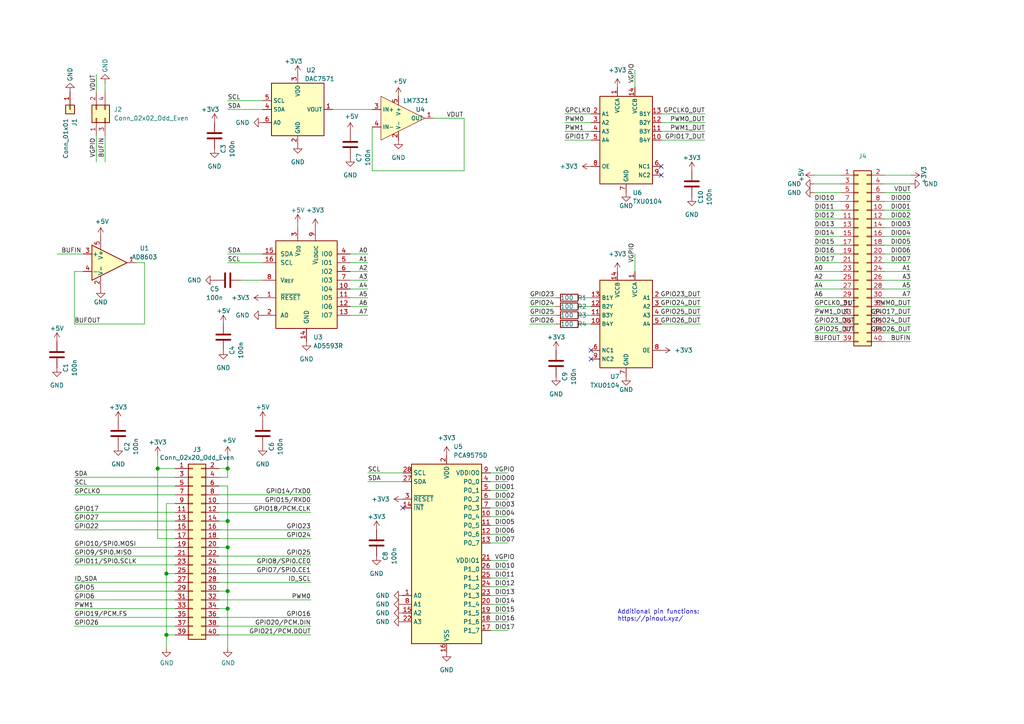
<source format=kicad_sch>
(kicad_sch (version 20230121) (generator eeschema)
  (paper "A4")
  (title_block (date "15 nov 2012"))
  (lib_symbols
    (symbol "Amplifier_Operational:AD8603" (pin_names (offset 0.127))
      (property "Reference" "U" (at 0 5.08 0))
      (property "Value" "AD8603" (at 0 -5.08 0))
      (symbol "AD8603_0_1"
        (polyline (pts (xy -5.08 5.08) (xy 5.08 0) (xy -5.08 -5.08) (xy -5.08 5.08)) (stroke (width 0.254)) (fill (type background)))
        (pin power_in line (at -2.54 -7.62 90) (length 3.81) (name "V-") (number "2"))
        (pin power_in line (at -2.54 7.62 270) (length 3.81) (name "V+") (number "5"))
      )
      (symbol "AD8603_1_1"
        (pin output line (at 7.62 0 180) (length 2.54) (name "~") (number "1"))
        (pin input line (at -7.62 2.54 0) (length 2.54) (name "+") (number "3"))
        (pin input line (at -7.62 -2.54 0) (length 2.54) (name "-") (number "4"))
      )
    )
    (symbol "Analog:AD5593R" (pin_names (offset 1.27))
      (property "Reference" "U" (at -8.89 15.24 0))
      (property "Value" "AD5593R" (at 3.81 15.24 0))
      (symbol "AD5593R_0_1"
        (rectangle (start -8.89 13.97) (end 8.89 -11.43) (stroke (width 0.254)) (fill (type background)))
      )
      (symbol "AD5593R_1_1"
        (pin input line (at -12.7 -2.54 0) (length 3.81) (name "~{RESET}") (number "1"))
        (pin bidirectional line (at 12.7 0 180) (length 3.81) (name "IO4") (number "10"))
        (pin bidirectional line (at 12.7 -2.54 180) (length 3.81) (name "IO5") (number "11"))
        (pin bidirectional line (at 12.7 -5.08 180) (length 3.81) (name "IO6") (number "12"))
        (pin bidirectional line (at 12.7 -7.62 180) (length 3.81) (name "IO7") (number "13"))
        (pin power_in line (at 0 -15.24 90) (length 3.81) (name "GND") (number "14"))
        (pin bidirectional line (at -12.7 10.16 0) (length 3.81) (name "SDA") (number "15"))
        (pin input line (at -12.7 7.62 0) (length 3.81) (name "SCL") (number "16"))
        (pin input line (at -12.7 -7.62 0) (length 3.81) (name "A0") (number "2"))
        (pin power_in line (at -2.54 17.78 270) (length 3.81) (name "V_{DD}") (number "3"))
        (pin bidirectional line (at 12.7 10.16 180) (length 3.81) (name "IO0") (number "4"))
        (pin bidirectional line (at 12.7 7.62 180) (length 3.81) (name "IO1") (number "5"))
        (pin bidirectional line (at 12.7 5.08 180) (length 3.81) (name "IO2") (number "6"))
        (pin bidirectional line (at 12.7 2.54 180) (length 3.81) (name "IO3") (number "7"))
        (pin passive line (at -12.7 2.54 0) (length 3.81) (name "V_{REF}") (number "8"))
        (pin power_in line (at 2.54 17.78 270) (length 3.81) (name "V_{LOGIC}") (number "9"))
      )
    )
    (symbol "Connector_Generic:Conn_01x01" (pin_names (offset 1.016) hide)
      (property "Reference" "J" (at 0 2.54 0))
      (property "Value" "Conn_01x01" (at 0 -2.54 0))
      (symbol "Conn_01x01_1_1"
        (rectangle (start -1.27 0.127) (end 0 -0.127) (stroke (width 0.1524)))
        (rectangle (start -1.27 1.27) (end 1.27 -1.27) (stroke (width 0.254)) (fill (type background)))
        (pin passive line (at -5.08 0 0) (length 3.81) (name "Pin_1") (number "1"))
      )
    )
    (symbol "Connector_Generic:Conn_02x02_Odd_Even" (pin_names (offset 1.016) hide)
      (property "Reference" "J" (at 1.27 2.54 0))
      (property "Value" "Conn_02x02_Odd_Even" (at 1.27 -5.08 0))
      (symbol "Conn_02x02_Odd_Even_1_1"
        (rectangle (start -1.27 -2.413) (end 0 -2.667) (stroke (width 0.1524)))
        (rectangle (start -1.27 0.127) (end 0 -0.127) (stroke (width 0.1524)))
        (rectangle (start -1.27 1.27) (end 3.81 -3.81) (stroke (width 0.254)) (fill (type background)))
        (rectangle (start 3.81 -2.413) (end 2.54 -2.667) (stroke (width 0.1524)))
        (rectangle (start 3.81 0.127) (end 2.54 -0.127) (stroke (width 0.1524)))
        (pin passive line (at -5.08 0 0) (length 3.81) (name "Pin_1") (number "1"))
        (pin passive line (at 7.62 0 180) (length 3.81) (name "Pin_2") (number "2"))
        (pin passive line (at -5.08 -2.54 0) (length 3.81) (name "Pin_3") (number "3"))
        (pin passive line (at 7.62 -2.54 180) (length 3.81) (name "Pin_4") (number "4"))
      )
    )
    (symbol "Connector_Generic:Conn_02x20_Odd_Even" (pin_names (offset 1.016) hide)
      (property "Reference" "J" (at 1.27 25.4 0))
      (property "Value" "Conn_02x20_Odd_Even" (at 1.27 -27.94 0))
      (symbol "Conn_02x20_Odd_Even_1_1"
        (rectangle (start -1.27 -25.273) (end 0 -25.527) (stroke (width 0.1524)))
        (rectangle (start -1.27 -22.733) (end 0 -22.987) (stroke (width 0.1524)))
        (rectangle (start -1.27 -20.193) (end 0 -20.447) (stroke (width 0.1524)))
        (rectangle (start -1.27 -17.653) (end 0 -17.907) (stroke (width 0.1524)))
        (rectangle (start -1.27 -15.113) (end 0 -15.367) (stroke (width 0.1524)))
        (rectangle (start -1.27 -12.573) (end 0 -12.827) (stroke (width 0.1524)))
        (rectangle (start -1.27 -10.033) (end 0 -10.287) (stroke (width 0.1524)))
        (rectangle (start -1.27 -7.493) (end 0 -7.747) (stroke (width 0.1524)))
        (rectangle (start -1.27 -4.953) (end 0 -5.207) (stroke (width 0.1524)))
        (rectangle (start -1.27 -2.413) (end 0 -2.667) (stroke (width 0.1524)))
        (rectangle (start -1.27 0.127) (end 0 -0.127) (stroke (width 0.1524)))
        (rectangle (start -1.27 2.667) (end 0 2.413) (stroke (width 0.1524)))
        (rectangle (start -1.27 5.207) (end 0 4.953) (stroke (width 0.1524)))
        (rectangle (start -1.27 7.747) (end 0 7.493) (stroke (width 0.1524)))
        (rectangle (start -1.27 10.287) (end 0 10.033) (stroke (width 0.1524)))
        (rectangle (start -1.27 12.827) (end 0 12.573) (stroke (width 0.1524)))
        (rectangle (start -1.27 15.367) (end 0 15.113) (stroke (width 0.1524)))
        (rectangle (start -1.27 17.907) (end 0 17.653) (stroke (width 0.1524)))
        (rectangle (start -1.27 20.447) (end 0 20.193) (stroke (width 0.1524)))
        (rectangle (start -1.27 22.987) (end 0 22.733) (stroke (width 0.1524)))
        (rectangle (start -1.27 24.13) (end 3.81 -26.67) (stroke (width 0.254)) (fill (type background)))
        (rectangle (start 3.81 -25.273) (end 2.54 -25.527) (stroke (width 0.1524)))
        (rectangle (start 3.81 -22.733) (end 2.54 -22.987) (stroke (width 0.1524)))
        (rectangle (start 3.81 -20.193) (end 2.54 -20.447) (stroke (width 0.1524)))
        (rectangle (start 3.81 -17.653) (end 2.54 -17.907) (stroke (width 0.1524)))
        (rectangle (start 3.81 -15.113) (end 2.54 -15.367) (stroke (width 0.1524)))
        (rectangle (start 3.81 -12.573) (end 2.54 -12.827) (stroke (width 0.1524)))
        (rectangle (start 3.81 -10.033) (end 2.54 -10.287) (stroke (width 0.1524)))
        (rectangle (start 3.81 -7.493) (end 2.54 -7.747) (stroke (width 0.1524)))
        (rectangle (start 3.81 -4.953) (end 2.54 -5.207) (stroke (width 0.1524)))
        (rectangle (start 3.81 -2.413) (end 2.54 -2.667) (stroke (width 0.1524)))
        (rectangle (start 3.81 0.127) (end 2.54 -0.127) (stroke (width 0.1524)))
        (rectangle (start 3.81 2.667) (end 2.54 2.413) (stroke (width 0.1524)))
        (rectangle (start 3.81 5.207) (end 2.54 4.953) (stroke (width 0.1524)))
        (rectangle (start 3.81 7.747) (end 2.54 7.493) (stroke (width 0.1524)))
        (rectangle (start 3.81 10.287) (end 2.54 10.033) (stroke (width 0.1524)))
        (rectangle (start 3.81 12.827) (end 2.54 12.573) (stroke (width 0.1524)))
        (rectangle (start 3.81 15.367) (end 2.54 15.113) (stroke (width 0.1524)))
        (rectangle (start 3.81 17.907) (end 2.54 17.653) (stroke (width 0.1524)))
        (rectangle (start 3.81 20.447) (end 2.54 20.193) (stroke (width 0.1524)))
        (rectangle (start 3.81 22.987) (end 2.54 22.733) (stroke (width 0.1524)))
        (pin passive line (at -5.08 22.86 0) (length 3.81) (name "Pin_1") (number "1"))
        (pin passive line (at 7.62 12.7 180) (length 3.81) (name "Pin_10") (number "10"))
        (pin passive line (at -5.08 10.16 0) (length 3.81) (name "Pin_11") (number "11"))
        (pin passive line (at 7.62 10.16 180) (length 3.81) (name "Pin_12") (number "12"))
        (pin passive line (at -5.08 7.62 0) (length 3.81) (name "Pin_13") (number "13"))
        (pin passive line (at 7.62 7.62 180) (length 3.81) (name "Pin_14") (number "14"))
        (pin passive line (at -5.08 5.08 0) (length 3.81) (name "Pin_15") (number "15"))
        (pin passive line (at 7.62 5.08 180) (length 3.81) (name "Pin_16") (number "16"))
        (pin passive line (at -5.08 2.54 0) (length 3.81) (name "Pin_17") (number "17"))
        (pin passive line (at 7.62 2.54 180) (length 3.81) (name "Pin_18") (number "18"))
        (pin passive line (at -5.08 0 0) (length 3.81) (name "Pin_19") (number "19"))
        (pin passive line (at 7.62 22.86 180) (length 3.81) (name "Pin_2") (number "2"))
        (pin passive line (at 7.62 0 180) (length 3.81) (name "Pin_20") (number "20"))
        (pin passive line (at -5.08 -2.54 0) (length 3.81) (name "Pin_21") (number "21"))
        (pin passive line (at 7.62 -2.54 180) (length 3.81) (name "Pin_22") (number "22"))
        (pin passive line (at -5.08 -5.08 0) (length 3.81) (name "Pin_23") (number "23"))
        (pin passive line (at 7.62 -5.08 180) (length 3.81) (name "Pin_24") (number "24"))
        (pin passive line (at -5.08 -7.62 0) (length 3.81) (name "Pin_25") (number "25"))
        (pin passive line (at 7.62 -7.62 180) (length 3.81) (name "Pin_26") (number "26"))
        (pin passive line (at -5.08 -10.16 0) (length 3.81) (name "Pin_27") (number "27"))
        (pin passive line (at 7.62 -10.16 180) (length 3.81) (name "Pin_28") (number "28"))
        (pin passive line (at -5.08 -12.7 0) (length 3.81) (name "Pin_29") (number "29"))
        (pin passive line (at -5.08 20.32 0) (length 3.81) (name "Pin_3") (number "3"))
        (pin passive line (at 7.62 -12.7 180) (length 3.81) (name "Pin_30") (number "30"))
        (pin passive line (at -5.08 -15.24 0) (length 3.81) (name "Pin_31") (number "31"))
        (pin passive line (at 7.62 -15.24 180) (length 3.81) (name "Pin_32") (number "32"))
        (pin passive line (at -5.08 -17.78 0) (length 3.81) (name "Pin_33") (number "33"))
        (pin passive line (at 7.62 -17.78 180) (length 3.81) (name "Pin_34") (number "34"))
        (pin passive line (at -5.08 -20.32 0) (length 3.81) (name "Pin_35") (number "35"))
        (pin passive line (at 7.62 -20.32 180) (length 3.81) (name "Pin_36") (number "36"))
        (pin passive line (at -5.08 -22.86 0) (length 3.81) (name "Pin_37") (number "37"))
        (pin passive line (at 7.62 -22.86 180) (length 3.81) (name "Pin_38") (number "38"))
        (pin passive line (at -5.08 -25.4 0) (length 3.81) (name "Pin_39") (number "39"))
        (pin passive line (at 7.62 20.32 180) (length 3.81) (name "Pin_4") (number "4"))
        (pin passive line (at 7.62 -25.4 180) (length 3.81) (name "Pin_40") (number "40"))
        (pin passive line (at -5.08 17.78 0) (length 3.81) (name "Pin_5") (number "5"))
        (pin passive line (at 7.62 17.78 180) (length 3.81) (name "Pin_6") (number "6"))
        (pin passive line (at -5.08 15.24 0) (length 3.81) (name "Pin_7") (number "7"))
        (pin passive line (at 7.62 15.24 180) (length 3.81) (name "Pin_8") (number "8"))
        (pin passive line (at -5.08 12.7 0) (length 3.81) (name "Pin_9") (number "9"))
      )
    )
    (symbol "Device:C" (pin_numbers hide) (pin_names (offset 0.254))
      (property "Reference" "C" (at 0.635 2.54 0))
      (property "Value" "C" (at 0.635 -2.54 0))
      (symbol "C_0_1"
        (polyline (pts (xy -2.032 -0.762) (xy 2.032 -0.762)) (stroke (width 0.508)))
        (polyline (pts (xy -2.032 0.762) (xy 2.032 0.762)) (stroke (width 0.508)))
      )
      (symbol "C_1_1"
        (pin passive line (at 0 3.81 270) (length 2.794) (name "~") (number "1"))
        (pin passive line (at 0 -3.81 90) (length 2.794) (name "~") (number "2"))
      )
    )
    (symbol "Device:R" (pin_numbers hide) (pin_names (offset 0))
      (property "Reference" "R" (at 2.032 0 90))
      (property "Value" "R" (at 0 0 90))
      (symbol "R_0_1"
        (rectangle (start -1.016 -2.54) (end 1.016 2.54) (stroke (width 0.254)))
      )
      (symbol "R_1_1"
        (pin passive line (at 0 3.81 270) (length 1.27) (name "~") (number "1"))
        (pin passive line (at 0 -3.81 90) (length 1.27) (name "~") (number "2"))
      )
    )
    (symbol "power:+3V3" (power) (pin_names (offset 0))
      (property "Value" "+3V3" (at 0 3.556 0))
      (symbol "+3V3_0_1"
        (polyline (pts (xy -0.762 1.27) (xy 0 2.54)))
        (polyline (pts (xy 0 0) (xy 0 2.54)))
        (polyline (pts (xy 0 2.54) (xy 0.762 1.27)))
      )
      (symbol "+3V3_1_1"
        (pin power_in line (at 0 0 90) (length 0) hide (name "+3V3") (number "1"))
      )
    )
    (symbol "power:+5V" (power) (pin_names (offset 0))
      (property "Value" "+5V" (at 0 3.556 0))
      (symbol "+5V_0_1"
        (polyline (pts (xy -0.762 1.27) (xy 0 2.54)))
        (polyline (pts (xy 0 0) (xy 0 2.54)))
        (polyline (pts (xy 0 2.54) (xy 0.762 1.27)))
      )
      (symbol "+5V_1_1"
        (pin power_in line (at 0 0 90) (length 0) hide (name "+5V") (number "1"))
      )
    )
    (symbol "power:GND" (power) (pin_names (offset 0))
      (property "Value" "GND" (at 0 -3.81 0))
      (symbol "GND_0_1"
        (polyline (pts (xy 0 0) (xy 0 -1.27) (xy 1.27 -1.27) (xy 0 -2.54) (xy -1.27 -1.27) (xy 0 -1.27)))
      )
      (symbol "GND_1_1"
        (pin power_in line (at 0 0 270) (length 0) hide (name "GND") (number "1"))
      )
    )
    (symbol "yku_symbols:DAC7571"
      (property "Reference" "U" (at -7.62 13.97 0))
      (property "Value" "DAC7571" (at 6.35 13.97 0))
      (symbol "DAC7571_0_1"
        (rectangle (start -7.62 12.7) (end 7.62 -2.54) (stroke (width 0.254)) (fill (type background)))
      )
      (symbol "DAC7571_1_1"
        (pin output line (at 10.16 5.08 180) (length 2.54) (name "VOUT") (number "1"))
        (pin power_in line (at 0 -5.08 90) (length 2.54) (name "GND") (number "2"))
        (pin power_in line (at 0 15.24 270) (length 2.54) (name "VDD") (number "3"))
        (pin bidirectional line (at -10.16 5.08 0) (length 2.54) (name "SDA") (number "4"))
        (pin input line (at -10.16 7.62 0) (length 2.54) (name "SCL") (number "5"))
        (pin input line (at -10.16 1.27 0) (length 2.54) (name "A0") (number "6"))
      )
    )
    (symbol "yku_symbols:LM7321"
      (property "Reference" "U" (at 1.27 13.97 0))
      (property "Value" "LM7321" (at 3.81 11.43 0))
      (symbol "LM7321_1_1"
        (polyline (pts (xy -7.62 12.7) (xy -7.62 0) (xy 5.08 6.35) (xy -7.62 12.7)) (fill (type background)))
        (pin output line (at 7.62 6.35 180) (length 2.54) (name "OUT") (number "1"))
        (pin power_in line (at -2.54 0 90) (length 2.54) (name "V-") (number "2"))
        (pin input line (at -10.16 8.89 0) (length 2.54) (name "IN+") (number "3"))
        (pin input line (at -10.16 3.81 0) (length 2.54) (name "IN-") (number "4"))
        (pin power_in line (at -2.54 12.7 270) (length 2.54) (name "V+") (number "5"))
      )
    )
    (symbol "yku_symbols:PCA9575"
      (property "Reference" "U" (at -8.89 24.13 0))
      (property "Value" "PCA9555D" (at 6.35 24.13 0))
      (symbol "PCA9575_0_1"
        (rectangle (start -10.16 22.86) (end 10.16 -29.21) (stroke (width 0.254)) (fill (type background)))
      )
      (symbol "PCA9575_1_1"
        (pin input line (at -12.7 -15.24 0) (length 2.54) (name "A0") (number "1"))
        (pin bidirectional line (at 12.7 7.62 180) (length 2.54) (name "P0_4") (number "10"))
        (pin bidirectional line (at 12.7 5.08 180) (length 2.54) (name "P0_5") (number "11"))
        (pin bidirectional line (at 12.7 2.54 180) (length 2.54) (name "P0_6") (number "12"))
        (pin bidirectional line (at 12.7 0 180) (length 2.54) (name "P0_7") (number "13"))
        (pin open_collector line (at -12.7 10.16 0) (length 2.54) (name "~{INT}") (number "14"))
        (pin input line (at -12.7 -20.32 0) (length 2.54) (name "A2") (number "15"))
        (pin power_in line (at 0 -31.75 90) (length 2.54) (name "VSS") (number "16"))
        (pin bidirectional line (at 12.7 -25.4 180) (length 2.54) (name "P1_7") (number "17"))
        (pin bidirectional line (at 12.7 -22.86 180) (length 2.54) (name "P1_6") (number "18"))
        (pin bidirectional line (at 12.7 -20.32 180) (length 2.54) (name "P1_5") (number "19"))
        (pin power_in line (at 0 25.4 270) (length 2.54) (name "VDD") (number "2"))
        (pin bidirectional line (at 12.7 -17.78 180) (length 2.54) (name "P1_4") (number "20"))
        (pin power_in line (at 12.7 -5.08 180) (length 2.54) (name "VDDIO1") (number "21"))
        (pin input line (at -12.7 -22.86 0) (length 2.54) (name "A3") (number "22"))
        (pin bidirectional line (at 12.7 -15.24 180) (length 2.54) (name "P1_3") (number "23"))
        (pin bidirectional line (at 12.7 -12.7 180) (length 2.54) (name "P1_2") (number "24"))
        (pin bidirectional line (at 12.7 -10.16 180) (length 2.54) (name "P1_1") (number "25"))
        (pin bidirectional line (at 12.7 -7.62 180) (length 2.54) (name "P1_0") (number "26"))
        (pin bidirectional line (at -12.7 17.78 0) (length 2.54) (name "SDA") (number "27"))
        (pin input line (at -12.7 20.32 0) (length 2.54) (name "SCL") (number "28"))
        (pin input line (at -12.7 12.7 0) (length 2.54) (name "~{RESET}") (number "3"))
        (pin bidirectional line (at 12.7 17.78 180) (length 2.54) (name "P0_0") (number "4"))
        (pin bidirectional line (at 12.7 15.24 180) (length 2.54) (name "P0_1") (number "5"))
        (pin bidirectional line (at 12.7 12.7 180) (length 2.54) (name "P0_2") (number "6"))
        (pin bidirectional line (at 12.7 10.16 180) (length 2.54) (name "P0_3") (number "7"))
        (pin input line (at -12.7 -17.78 0) (length 2.54) (name "A1") (number "8"))
        (pin power_in line (at 12.7 20.32 180) (length 2.54) (name "VDDIO0") (number "9"))
      )
    )
    (symbol "yku_symbols:TXU0104"
      (property "Reference" "U" (at -7.62 13.97 0))
      (property "Value" "TXU0104" (at 8.89 13.97 0))
      (symbol "TXU0104_0_1"
        (rectangle (start -7.62 12.7) (end 7.62 -12.7) (stroke (width 0.254)) (fill (type background)))
      )
      (symbol "TXU0104_1_1"
        (pin power_in line (at -2.54 15.24 270) (length 2.54) (name "VCCA") (number "1"))
        (pin output line (at 10.16 0 180) (length 2.54) (name "B4Y") (number "10"))
        (pin output line (at 10.16 2.54 180) (length 2.54) (name "B3Y") (number "11"))
        (pin output line (at 10.16 5.08 180) (length 2.54) (name "B2Y") (number "12"))
        (pin output line (at 10.16 7.62 180) (length 2.54) (name "B1Y") (number "13"))
        (pin power_in line (at 2.54 15.24 270) (length 2.54) (name "VCCB") (number "14"))
        (pin input line (at -10.16 7.62 0) (length 2.54) (name "A1") (number "2"))
        (pin input line (at -10.16 5.08 0) (length 2.54) (name "A2") (number "3"))
        (pin input line (at -10.16 2.54 0) (length 2.54) (name "A3") (number "4"))
        (pin bidirectional line (at -10.16 0 0) (length 2.54) (name "A4") (number "5"))
        (pin free line (at 10.16 -7.62 180) (length 2.54) (name "NC1") (number "6"))
        (pin power_in line (at 0 -15.24 90) (length 2.54) (name "GND") (number "7"))
        (pin input line (at -10.16 -7.62 0) (length 2.54) (name "OE") (number "8"))
        (pin free line (at 10.16 -10.16 180) (length 2.54) (name "NC2") (number "9"))
      )
    )
  )
  (junction (at 66.04 135.89) (diameter 1.016))
  (junction (at 66.04 151.13) (diameter 1.016))
  (junction (at 48.26 184.15) (diameter 1.016))
  (junction (at 48.26 166.37) (diameter 1.016))
  (junction (at 66.04 176.53) (diameter 1.016))
  (junction (at 66.04 171.45) (diameter 1.016))
  (junction (at 66.04 158.75) (diameter 1.016))
  (junction (at 45.72 135.89) (diameter 1.016))
  (no_connect (at 191.77 48.26))
  (no_connect (at 116.84 147.32))
  (no_connect (at 191.77 50.8))
  (no_connect (at 171.45 101.6))
  (no_connect (at 171.45 104.14))
  (wire (pts (xy 48.26 166.37) (xy 48.26 184.15)))
  (wire (pts (xy 142.24 182.88) (xy 147.32 182.88)))
  (wire (pts (xy 63.5 166.37) (xy 90.17 166.37)))
  (wire (pts (xy 142.24 172.72) (xy 147.32 172.72)))
  (wire (pts (xy 101.6 86.36) (xy 106.68 86.36)))
  (wire (pts (xy 50.8 148.59) (xy 21.59 148.59)))
  (wire (pts (xy 168.91 86.36) (xy 171.45 86.36)))
  (wire (pts (xy 236.22 78.74) (xy 243.84 78.74)))
  (wire (pts (xy 142.24 147.32) (xy 147.32 147.32)))
  (wire (pts (xy 236.22 81.28) (xy 243.84 81.28)))
  (wire (pts (xy 66.04 140.97) (xy 66.04 151.13)))
  (wire (pts (xy 66.04 158.75) (xy 63.5 158.75)))
  (wire (pts (xy 66.04 171.45) (xy 66.04 176.53)))
  (wire (pts (xy 168.91 91.44) (xy 171.45 91.44)))
  (wire (pts (xy 66.04 76.2) (xy 76.2 76.2)))
  (wire (pts (xy 161.29 86.36) (xy 153.67 86.36)))
  (wire (pts (xy 236.22 63.5) (xy 243.84 63.5)))
  (wire (pts (xy 191.77 86.36) (xy 203.2 86.36)))
  (wire (pts (xy 66.04 158.75) (xy 66.04 171.45)))
  (wire (pts (xy 21.59 78.74) (xy 21.59 93.98)))
  (wire (pts (xy 63.5 143.51) (xy 90.17 143.51)))
  (wire (pts (xy 142.24 139.7) (xy 147.32 139.7)))
  (wire (pts (xy 264.16 50.8) (xy 256.54 50.8)))
  (wire (pts (xy 48.26 146.05) (xy 48.26 166.37)))
  (wire (pts (xy 48.26 146.05) (xy 50.8 146.05)))
  (wire (pts (xy 134.62 49.53) (xy 134.62 34.29)))
  (wire (pts (xy 142.24 165.1) (xy 147.32 165.1)))
  (wire (pts (xy 63.5 163.83) (xy 90.17 163.83)))
  (wire (pts (xy 50.8 168.91) (xy 21.59 168.91)))
  (wire (pts (xy 184.15 25.4) (xy 184.15 20.32)))
  (wire (pts (xy 16.51 73.66) (xy 24.13 73.66)))
  (wire (pts (xy 101.6 81.28) (xy 106.68 81.28)))
  (wire (pts (xy 236.22 53.34) (xy 243.84 53.34)))
  (wire (pts (xy 21.59 171.45) (xy 50.8 171.45)))
  (wire (pts (xy 86.36 64.77) (xy 86.36 66.04)))
  (wire (pts (xy 236.22 55.88) (xy 243.84 55.88)))
  (wire (pts (xy 236.22 88.9) (xy 243.84 88.9)))
  (wire (pts (xy 142.24 144.78) (xy 147.32 144.78)))
  (wire (pts (xy 264.16 71.12) (xy 256.54 71.12)))
  (wire (pts (xy 101.6 91.44) (xy 106.68 91.44)))
  (wire (pts (xy 101.6 78.74) (xy 106.68 78.74)))
  (wire (pts (xy 101.6 73.66) (xy 106.68 73.66)))
  (wire (pts (xy 48.26 166.37) (xy 50.8 166.37)))
  (wire (pts (xy 191.77 88.9) (xy 203.2 88.9)))
  (wire (pts (xy 264.16 66.04) (xy 256.54 66.04)))
  (wire (pts (xy 125.73 34.29) (xy 134.62 34.29)))
  (wire (pts (xy 236.22 83.82) (xy 243.84 83.82)))
  (wire (pts (xy 63.5 153.67) (xy 90.17 153.67)))
  (wire (pts (xy 204.47 33.02) (xy 191.77 33.02)))
  (wire (pts (xy 236.22 76.2) (xy 243.84 76.2)))
  (wire (pts (xy 264.16 81.28) (xy 256.54 81.28)))
  (wire (pts (xy 66.04 73.66) (xy 76.2 73.66)))
  (wire (pts (xy 63.5 184.15) (xy 90.17 184.15)))
  (wire (pts (xy 48.26 184.15) (xy 48.26 187.96)))
  (wire (pts (xy 21.59 151.13) (xy 50.8 151.13)))
  (wire (pts (xy 264.16 96.52) (xy 256.54 96.52)))
  (wire (pts (xy 191.77 38.1) (xy 204.47 38.1)))
  (wire (pts (xy 39.37 76.2) (xy 41.91 76.2)))
  (wire (pts (xy 41.91 76.2) (xy 41.91 93.98)))
  (wire (pts (xy 45.72 132.08) (xy 45.72 135.89)))
  (wire (pts (xy 168.91 88.9) (xy 171.45 88.9)))
  (wire (pts (xy 142.24 142.24) (xy 147.32 142.24)))
  (wire (pts (xy 142.24 175.26) (xy 147.32 175.26)))
  (wire (pts (xy 264.16 60.96) (xy 256.54 60.96)))
  (wire (pts (xy 66.04 176.53) (xy 63.5 176.53)))
  (wire (pts (xy 21.59 140.97) (xy 50.8 140.97)))
  (wire (pts (xy 27.94 21.59) (xy 27.94 26.67)))
  (wire (pts (xy 21.59 163.83) (xy 50.8 163.83)))
  (wire (pts (xy 171.45 35.56) (xy 163.83 35.56)))
  (wire (pts (xy 30.48 39.37) (xy 30.48 46.99)))
  (wire (pts (xy 264.16 86.36) (xy 256.54 86.36)))
  (wire (pts (xy 45.72 156.21) (xy 50.8 156.21)))
  (wire (pts (xy 142.24 170.18) (xy 147.32 170.18)))
  (wire (pts (xy 236.22 68.58) (xy 243.84 68.58)))
  (wire (pts (xy 264.16 73.66) (xy 256.54 73.66)))
  (wire (pts (xy 50.8 138.43) (xy 21.59 138.43)))
  (wire (pts (xy 264.16 99.06) (xy 256.54 99.06)))
  (wire (pts (xy 264.16 83.82) (xy 256.54 83.82)))
  (wire (pts (xy 66.04 135.89) (xy 66.04 138.43)))
  (wire (pts (xy 106.68 137.16) (xy 116.84 137.16)))
  (wire (pts (xy 161.29 88.9) (xy 153.67 88.9)))
  (wire (pts (xy 66.04 151.13) (xy 66.04 158.75)))
  (wire (pts (xy 21.59 93.98) (xy 41.91 93.98)))
  (wire (pts (xy 107.95 49.53) (xy 134.62 49.53)))
  (wire (pts (xy 264.16 68.58) (xy 256.54 68.58)))
  (wire (pts (xy 63.5 148.59) (xy 90.17 148.59)))
  (wire (pts (xy 66.04 151.13) (xy 63.5 151.13)))
  (wire (pts (xy 96.52 31.75) (xy 107.95 31.75)))
  (wire (pts (xy 142.24 157.48) (xy 147.32 157.48)))
  (wire (pts (xy 236.22 71.12) (xy 243.84 71.12)))
  (wire (pts (xy 66.04 132.08) (xy 66.04 135.89)))
  (wire (pts (xy 264.16 93.98) (xy 256.54 93.98)))
  (wire (pts (xy 21.59 143.51) (xy 50.8 143.51)))
  (wire (pts (xy 236.22 99.06) (xy 243.84 99.06)))
  (wire (pts (xy 66.04 135.89) (xy 63.5 135.89)))
  (wire (pts (xy 45.72 135.89) (xy 45.72 156.21)))
  (wire (pts (xy 63.5 156.21) (xy 90.17 156.21)))
  (wire (pts (xy 63.5 146.05) (xy 90.17 146.05)))
  (wire (pts (xy 30.48 26.67) (xy 30.48 24.13)))
  (wire (pts (xy 142.24 137.16) (xy 147.32 137.16)))
  (wire (pts (xy 142.24 154.94) (xy 147.32 154.94)))
  (wire (pts (xy 66.04 29.21) (xy 76.2 29.21)))
  (wire (pts (xy 191.77 35.56) (xy 204.47 35.56)))
  (wire (pts (xy 21.59 153.67) (xy 50.8 153.67)))
  (wire (pts (xy 21.59 161.29) (xy 50.8 161.29)))
  (wire (pts (xy 264.16 58.42) (xy 256.54 58.42)))
  (wire (pts (xy 171.45 38.1) (xy 163.83 38.1)))
  (wire (pts (xy 236.22 91.44) (xy 243.84 91.44)))
  (wire (pts (xy 236.22 58.42) (xy 243.84 58.42)))
  (wire (pts (xy 142.24 162.56) (xy 147.32 162.56)))
  (wire (pts (xy 69.85 81.28) (xy 76.2 81.28)))
  (wire (pts (xy 21.59 173.99) (xy 50.8 173.99)))
  (wire (pts (xy 161.29 91.44) (xy 153.67 91.44)))
  (wire (pts (xy 236.22 93.98) (xy 243.84 93.98)))
  (wire (pts (xy 66.04 138.43) (xy 63.5 138.43)))
  (wire (pts (xy 184.15 78.74) (xy 184.15 73.66)))
  (wire (pts (xy 264.16 63.5) (xy 256.54 63.5)))
  (wire (pts (xy 171.45 40.64) (xy 163.83 40.64)))
  (wire (pts (xy 153.67 93.98) (xy 161.29 93.98)))
  (wire (pts (xy 66.04 31.75) (xy 76.2 31.75)))
  (wire (pts (xy 236.22 73.66) (xy 243.84 73.66)))
  (wire (pts (xy 21.59 179.07) (xy 50.8 179.07)))
  (wire (pts (xy 236.22 50.8) (xy 243.84 50.8)))
  (wire (pts (xy 63.5 179.07) (xy 90.17 179.07)))
  (wire (pts (xy 63.5 173.99) (xy 90.17 173.99)))
  (wire (pts (xy 48.26 184.15) (xy 50.8 184.15)))
  (wire (pts (xy 142.24 149.86) (xy 147.32 149.86)))
  (wire (pts (xy 63.5 181.61) (xy 90.17 181.61)))
  (wire (pts (xy 163.83 33.02) (xy 171.45 33.02)))
  (wire (pts (xy 191.77 40.64) (xy 204.47 40.64)))
  (wire (pts (xy 66.04 140.97) (xy 63.5 140.97)))
  (wire (pts (xy 21.59 181.61) (xy 50.8 181.61)))
  (wire (pts (xy 264.16 88.9) (xy 256.54 88.9)))
  (wire (pts (xy 264.16 91.44) (xy 256.54 91.44)))
  (wire (pts (xy 107.95 36.83) (xy 107.95 49.53)))
  (wire (pts (xy 264.16 78.74) (xy 256.54 78.74)))
  (wire (pts (xy 168.91 93.98) (xy 171.45 93.98)))
  (wire (pts (xy 27.94 39.37) (xy 27.94 46.99)))
  (wire (pts (xy 264.16 76.2) (xy 256.54 76.2)))
  (wire (pts (xy 236.22 60.96) (xy 243.84 60.96)))
  (wire (pts (xy 106.68 139.7) (xy 116.84 139.7)))
  (wire (pts (xy 101.6 83.82) (xy 106.68 83.82)))
  (wire (pts (xy 101.6 76.2) (xy 106.68 76.2)))
  (wire (pts (xy 24.13 78.74) (xy 21.59 78.74)))
  (wire (pts (xy 66.04 176.53) (xy 66.04 187.96)))
  (wire (pts (xy 142.24 152.4) (xy 147.32 152.4)))
  (wire (pts (xy 63.5 161.29) (xy 90.17 161.29)))
  (wire (pts (xy 50.8 176.53) (xy 21.59 176.53)))
  (wire (pts (xy 66.04 171.45) (xy 63.5 171.45)))
  (wire (pts (xy 236.22 86.36) (xy 243.84 86.36)))
  (wire (pts (xy 264.16 55.88) (xy 256.54 55.88)))
  (wire (pts (xy 45.72 135.89) (xy 50.8 135.89)))
  (wire (pts (xy 191.77 91.44) (xy 203.2 91.44)))
  (wire (pts (xy 191.77 93.98) (xy 203.2 93.98)))
  (wire (pts (xy 142.24 180.34) (xy 147.32 180.34)))
  (wire (pts (xy 264.16 53.34) (xy 256.54 53.34)))
  (wire (pts (xy 50.8 158.75) (xy 21.59 158.75)))
  (wire (pts (xy 142.24 177.8) (xy 147.32 177.8)))
  (wire (pts (xy 63.5 168.91) (xy 90.17 168.91)))
  (wire (pts (xy 236.22 96.52) (xy 243.84 96.52)))
  (wire (pts (xy 236.22 66.04) (xy 243.84 66.04)))
  (wire (pts (xy 142.24 167.64) (xy 147.32 167.64)))
  (wire (pts (xy 101.6 88.9) (xy 106.68 88.9)))
  (text "Additional pin functions:\nhttps://pinout.xyz/" (at 179.07 180.34 0) (effects (font (size 1.27 1.27)) (justify left bottom)))
  (label "DIO07" (at 143.51 157.48 0))
  (label "DIO15" (at 143.51 177.8 0))
  (label "ID_SDA" (at 21.59 168.91 0))
  (label "GPIO6" (at 21.59 173.99 0))
  (label "GPIO23_DUT" (at 203.2 86.36 180))
  (label "DIO01" (at 143.51 142.24 0))
  (label "A7" (at 104.14 91.44 0))
  (label "PWM0_DUT" (at 204.47 35.56 180))
  (label "DIO13" (at 143.51 172.72 0))
  (label "A4" (at 104.14 83.82 0))
  (label "GPIO26" (at 153.67 93.98 0))
  (label "DIO14" (at 143.51 175.26 0))
  (label "VGPIO" (at 143.51 137.16 0))
  (label "DIO05" (at 264.16 71.12 180))
  (label "ID_SCL" (at 90.17 168.91 180))
  (label "A1" (at 264.16 78.74 180))
  (label "GPIO5" (at 21.59 171.45 0))
  (label "VDUT" (at 264.16 55.88 180))
  (label "A5" (at 104.14 86.36 0))
  (label "GPIO21{slash}PCM.DOUT" (at 90.17 184.15 180))
  (label "GPIO19{slash}PCM.FS" (at 21.59 179.07 0))
  (label "PWM0" (at 163.83 35.56 0))
  (label "VDUT" (at 129.54 34.29 0))
  (label "GPIO10{slash}SPI0.MOSI" (at 21.59 158.75 0))
  (label "VGPIO" (at 184.15 76.2 90))
  (label "GPIO9{slash}SPI0.MISO" (at 21.59 161.29 0))
  (label "PWM1_DUT" (at 204.47 38.1 180))
  (label "A3" (at 264.16 81.28 180))
  (label "A0" (at 236.22 78.74 0))
  (label "DIO16" (at 143.51 180.34 0))
  (label "GPIO26_DUT" (at 264.16 96.52 180))
  (label "DIO00" (at 143.51 139.7 0))
  (label "GPIO23" (at 90.17 153.67 180))
  (label "DIO12" (at 143.51 170.18 0))
  (label "GPCLK0" (at 21.59 143.51 0))
  (label "DIO11" (at 143.51 167.64 0))
  (label "GPIO24_DUT" (at 203.2 88.9 180))
  (label "DIO00" (at 264.16 58.42 180))
  (label "GPIO24_DUT" (at 264.16 93.98 180))
  (label "GPIO24" (at 153.67 88.9 0))
  (label "GPIO23" (at 153.67 86.36 0))
  (label "SCL" (at 66.04 76.2 0))
  (label "GPIO27" (at 21.59 151.13 0))
  (label "A0" (at 104.14 73.66 0))
  (label "SCL" (at 106.68 137.16 0))
  (label "SDA" (at 66.04 73.66 0))
  (label "GPIO26" (at 21.59 181.61 0))
  (label "GPIO14{slash}TXD0" (at 90.17 143.51 180))
  (label "BUFIN" (at 30.48 45.72 90))
  (label "DIO03" (at 264.16 66.04 180))
  (label "DIO07" (at 264.16 76.2 180))
  (label "GPIO8{slash}SPI0.CE0" (at 90.17 163.83 180))
  (label "GPIO15{slash}RXD0" (at 90.17 146.05 180))
  (label "VDUT" (at 27.94 21.59 270))
  (label "GPIO25_DUT" (at 203.2 91.44 180))
  (label "GPIO16" (at 90.17 179.07 180))
  (label "DIO14" (at 236.22 68.58 0))
  (label "SDA" (at 66.04 31.75 0))
  (label "DIO16" (at 236.22 73.66 0))
  (label "A6" (at 236.22 86.36 0))
  (label "GPCLK0" (at 163.83 33.02 0))
  (label "A3" (at 104.14 81.28 0))
  (label "BUFIN" (at 17.78 73.66 0))
  (label "DIO05" (at 143.51 152.4 0))
  (label "GPIO22" (at 21.59 153.67 0))
  (label "A2" (at 236.22 81.28 0))
  (label "DIO04" (at 143.51 149.86 0))
  (label "GPIO17_DUT" (at 264.16 91.44 180))
  (label "GPIO25_DUT" (at 236.22 96.52 0))
  (label "DIO02" (at 264.16 63.5 180))
  (label "GPIO17" (at 163.83 40.64 0))
  (label "A2" (at 104.14 78.74 0))
  (label "DIO17" (at 236.22 76.2 0))
  (label "SDA" (at 21.59 138.43 0))
  (label "DIO10" (at 236.22 58.42 0))
  (label "GPIO17" (at 21.59 148.59 0))
  (label "BUFOUT" (at 236.22 99.06 0))
  (label "A1" (at 104.14 76.2 0))
  (label "BUFOUT" (at 21.59 93.98 0))
  (label "GPIO17_DUT" (at 204.47 40.64 180))
  (label "A5" (at 264.16 83.82 180))
  (label "GPIO25" (at 90.17 161.29 180))
  (label "PWM1_DUT" (at 236.22 91.44 0))
  (label "DIO06" (at 143.51 154.94 0))
  (label "BUFIN" (at 264.16 99.06 180))
  (label "SCL" (at 21.59 140.97 0))
  (label "SDA" (at 106.68 139.7 0))
  (label "GPIO18{slash}PCM.CLK" (at 90.17 148.59 180))
  (label "PWM0" (at 90.17 173.99 180))
  (label "DIO15" (at 236.22 71.12 0))
  (label "DIO13" (at 236.22 66.04 0))
  (label "GPIO26_DUT" (at 203.2 93.98 180))
  (label "A6" (at 104.14 88.9 0))
  (label "PWM1" (at 21.59 176.53 0))
  (label "DIO04" (at 264.16 68.58 180))
  (label "PWM0_DUT" (at 264.16 88.9 180))
  (label "GPIO20{slash}PCM.DIN" (at 90.17 181.61 180))
  (label "GPIO24" (at 90.17 156.21 180))
  (label "GPIO7{slash}SPI0.CE1" (at 90.17 166.37 180))
  (label "GPIO25" (at 153.67 91.44 0))
  (label "A4" (at 236.22 83.82 0))
  (label "SCL" (at 66.04 29.21 0))
  (label "PWM1" (at 163.83 38.1 0))
  (label "DIO12" (at 236.22 63.5 0))
  (label "DIO03" (at 143.51 147.32 0))
  (label "GPCLK0_DUT" (at 204.47 33.02 180))
  (label "DIO01" (at 264.16 60.96 180))
  (label "A7" (at 264.16 86.36 180))
  (label "DIO11" (at 236.22 60.96 0))
  (label "GPCLK0_DUT" (at 236.22 88.9 0))
  (label "VGPIO" (at 143.51 162.56 0))
  (label "VGPIO" (at 184.15 24.13 90))
  (label "DIO10" (at 143.51 165.1 0))
  (label "DIO02" (at 143.51 144.78 0))
  (label "GPIO23_DUT" (at 236.22 93.98 0))
  (label "DIO06" (at 264.16 73.66 180))
  (label "DIO17" (at 143.51 182.88 0))
  (label "GPIO11{slash}SPI0.SCLK" (at 21.59 163.83 0))
  (label "VGPIO" (at 27.94 45.72 90))
  (symbol (lib_id "power:+5V") (at 66.04 132.08 0) (unit 1)
    (property "Reference" "#PWR016" (effects hide))
    (property "Value" "+5V" (at 66.4083 127.7556 0))
  )
  (symbol (lib_id "power:GND") (at 66.04 187.96 0) (unit 1)
    (property "Reference" "#PWR017" (effects hide))
    (property "Value" "GND" (at 66.1543 192.2844 0))
  )
  (symbol (lib_id "power:GND") (at 48.26 187.96 0) (unit 1)
    (property "Reference" "#PWR010" (effects hide))
    (property "Value" "GND" (at 48.3743 192.2844 0))
  )
  (symbol (lib_id "Connector_Generic:Conn_02x20_Odd_Even") (at 55.88 158.75 0) (unit 1)
    (property "Reference" "J3" (at 57.15 130.4098 0))
    (property "Value" "Conn_02x20_Odd_Even" (at 57.15 132.715 0))
    (property "Footprint" "Connector_PinSocket_2.54mm:PinSocket_2x20_P2.54mm_Vertical" (effects hide))
  )
  (symbol (lib_id "power:+5V") (at 115.57 27.94 0) (unit 1)
    (property "Reference" "#PWR033" (effects hide))
    (property "Value" "+5V" (at 115.9383 23.6156 0))
  )
  (symbol (lib_id "yku_symbols:LM7321") (at 118.11 40.64 0) (unit 1)
    (property "Reference" "U4" (at 121.92 31.75 0))
    (property "Value" "LM7321" (at 120.65 29.21 0))
    (property "Footprint" "Package_TO_SOT_SMD:SOT-23-5" (effects hide))
    (property "Datasheet" "https://www.ti.com/lit/ds/symlink/lm7322.pdf" (effects hide))
    (property "MPN" "C134033" (effects hide))
  )
  (symbol (lib_id "power:+3V3") (at 91.44 66.04 0) (unit 1)
    (property "Reference" "#PWR029" (effects hide))
    (property "Value" "+3V3" (at 91.44 60.96 0))
  )
  (symbol (lib_id "Device:C") (at 200.66 53.34 180) (unit 1)
    (property "Reference" "C10" (at 203.2 57.15 90))
    (property "Value" "100n" (at 205.74 57.15 90))
    (property "Footprint" "Capacitor_SMD:C_0603_1608Metric" (effects hide))
    (property "MPN" "C14663" (effects hide))
  )
  (symbol (lib_id "Connector_Generic:Conn_02x02_Odd_Even") (at 27.94 34.29 90) (unit 1)
    (property "Reference" "J2" (at 33.02 31.75 90) (effects (justify right)))
    (property "Value" "Conn_02x02_Odd_Even" (at 33.02 34.29 90) (effects (justify right)))
    (property "Footprint" "Connector_PinHeader_2.54mm:PinHeader_2x02_P2.54mm_Vertical" (effects hide))
  )
  (symbol (lib_id "power:GND") (at 200.66 57.15 0) (unit 1)
    (property "Reference" "#PWR051" (effects hide))
    (property "Value" "GND" (at 200.66 62.23 0))
  )
  (symbol (lib_id "power:+3V3") (at 179.07 78.74 0) (unit 1)
    (property "Reference" "#PWR046" (effects hide))
    (property "Value" "+3V3" (at 179.07 73.66 0))
  )
  (symbol (lib_id "power:GND") (at 115.57 40.64 0) (unit 1)
    (property "Reference" "#PWR034" (effects hide))
    (property "Value" "GND" (at 115.57 45.72 0))
  )
  (symbol (lib_id "power:+5V") (at 236.22 50.8 90) (mirror x) (unit 1)
    (property "Reference" "#PWR052" (effects hide))
    (property "Value" "+5V" (at 232.41 50.8 0))
  )
  (symbol (lib_id "Connector_Generic:Conn_02x20_Odd_Even") (at 248.92 73.66 0) (unit 1)
    (property "Reference" "J4" (at 250.19 45.3198 0))
    (property "Value" "Conn_02x20_Odd_Even" (effects hide))
    (property "Footprint" "Connector_PinSocket_2.54mm:PinSocket_2x20_P2.54mm_Vertical" (effects hide))
  )
  (symbol (lib_id "yku_symbols:DAC7571") (at 86.36 36.83 0) (unit 1)
    (property "Reference" "U2" (at 90.17 20.32 0))
    (property "Value" "DAC7571" (at 92.71 22.86 0))
    (property "Footprint" "Package_TO_SOT_SMD:SOT-23-6" (effects hide))
    (property "Datasheet" "https://www.ti.com/lit/ds/symlink/dac7571.pdf" (effects hide))
    (property "MPN" "C118112" (effects hide))
  )
  (symbol (lib_id "power:+3V3") (at 109.22 153.67 0) (unit 1)
    (property "Reference" "#PWR031" (effects hide))
    (property "Value" "+3V3" (at 109.22 149.86 0))
  )
  (symbol (lib_id "power:+3V3") (at 179.07 25.4 0) (unit 1)
    (property "Reference" "#PWR045" (effects hide))
    (property "Value" "+3V3" (at 179.07 20.32 0))
  )
  (symbol (lib_id "Amplifier_Operational:AD8603") (at 31.75 76.2 0) (unit 1)
    (property "Reference" "U1" (at 41.91 72.0091 0))
    (property "Value" "AD8603" (at 41.91 74.5491 0))
    (property "Footprint" "Package_TO_SOT_SMD:TSOT-23-5" (effects hide))
    (property "Datasheet" "https://www.analog.com/media/en/technical-documentation/data-sheets/AD8603_8607_8609.pdf" (effects hide))
    (property "MPN" "C578770" (effects hide))
  )
  (symbol (lib_id "power:GND") (at 64.77 101.6 0) (unit 1)
    (property "Reference" "#PWR015" (effects hide))
    (property "Value" "GND" (at 64.77 106.68 0))
  )
  (symbol (lib_id "Device:C") (at 109.22 157.48 180) (unit 1)
    (property "Reference" "C8" (at 111.76 161.29 90))
    (property "Value" "100n" (at 114.3 161.29 90))
    (property "Footprint" "Capacitor_SMD:C_0603_1608Metric" (effects hide))
    (property "MPN" "C14663" (effects hide))
  )
  (symbol (lib_id "power:GND") (at 16.51 106.68 0) (unit 1)
    (property "Reference" "#PWR02" (effects hide))
    (property "Value" "GND" (at 16.51 111.76 0))
  )
  (symbol (lib_id "power:+3V3") (at 62.23 35.56 0) (unit 1)
    (property "Reference" "#PWR011" (effects hide))
    (property "Value" "+3V3" (at 60.96 31.75 0))
  )
  (symbol (lib_id "power:+3V3") (at 129.54 132.08 0) (unit 1)
    (property "Reference" "#PWR040" (effects hide))
    (property "Value" "+3V3" (at 129.54 127 0))
  )
  (symbol (lib_id "power:+3V3") (at 171.45 48.26 90) (unit 1)
    (property "Reference" "#PWR044" (effects hide))
    (property "Value" "+3V3" (at 167.64 48.26 90) (effects (justify left)))
  )
  (symbol (lib_id "power:GND") (at 116.84 177.8 270) (unit 1)
    (property "Reference" "#PWR038" (effects hide))
    (property "Value" "GND" (at 113.03 177.8 90) (effects (justify right)))
  )
  (symbol (lib_id "Device:C") (at 62.23 39.37 180) (unit 1)
    (property "Reference" "C3" (at 64.77 43.18 90))
    (property "Value" "100n" (at 67.31 43.18 90))
    (property "Footprint" "Capacitor_SMD:C_0603_1608Metric" (effects hide))
    (property "MPN" "C14663" (effects hide))
  )
  (symbol (lib_id "power:GND") (at 181.61 55.88 0) (unit 1)
    (property "Reference" "#PWR047" (effects hide))
    (property "Value" "GND" (at 181.61 59.69 0))
  )
  (symbol (lib_id "Device:C") (at 101.6 41.91 180) (unit 1)
    (property "Reference" "C7" (at 104.14 45.72 90))
    (property "Value" "100n" (at 106.68 45.72 90))
    (property "Footprint" "Capacitor_SMD:C_0603_1608Metric" (effects hide))
    (property "MPN" "C14663" (effects hide))
  )
  (symbol (lib_id "power:GND") (at 34.29 129.54 0) (unit 1)
    (property "Reference" "#PWR08" (effects hide))
    (property "Value" "GND" (at 34.29 134.62 0))
  )
  (symbol (lib_id "Connector_Generic:Conn_01x01") (at 20.32 31.75 270) (unit 1)
    (property "Reference" "J1" (at 21.59 34.29 0) (effects (justify left)))
    (property "Value" "Conn_01x01" (at 19.05 34.29 0) (effects (justify left)))
    (property "Footprint" "Connector_PinHeader_2.54mm:PinHeader_1x01_P2.54mm_Vertical" (effects hide))
  )
  (symbol (lib_id "power:+3V3") (at 200.66 49.53 0) (unit 1)
    (property "Reference" "#PWR050" (effects hide))
    (property "Value" "+3V3" (at 200.66 45.72 0))
  )
  (symbol (lib_id "Device:C") (at 66.04 81.28 90) (unit 1)
    (property "Reference" "C5" (at 62.23 83.82 90))
    (property "Value" "100n" (at 62.23 86.36 90))
    (property "Footprint" "Capacitor_SMD:C_0603_1608Metric" (effects hide))
    (property "MPN" "C14663" (effects hide))
  )
  (symbol (lib_id "power:GND") (at 76.2 91.44 270) (unit 1)
    (property "Reference" "#PWR021" (effects hide))
    (property "Value" "GND" (at 72.39 91.44 90) (effects (justify right)))
  )
  (symbol (lib_id "Device:C") (at 76.2 125.73 180) (unit 1)
    (property "Reference" "C6" (at 78.74 129.54 90))
    (property "Value" "100n" (at 81.28 129.54 90))
    (property "Footprint" "Capacitor_SMD:C_0603_1608Metric" (effects hide))
    (property "MPN" "C14663" (effects hide))
  )
  (symbol (lib_id "power:+3V3") (at 34.29 121.92 0) (unit 1)
    (property "Reference" "#PWR07" (effects hide))
    (property "Value" "+3V3" (at 34.29 118.11 0))
  )
  (symbol (lib_id "power:+3V3") (at 86.36 21.59 0) (unit 1)
    (property "Reference" "#PWR024" (effects hide))
    (property "Value" "+3V3" (at 85.09 17.78 0))
  )
  (symbol (lib_id "power:GND") (at 76.2 129.54 0) (unit 1)
    (property "Reference" "#PWR023" (effects hide))
    (property "Value" "GND" (at 76.2 134.62 0))
  )
  (symbol (lib_id "power:GND") (at 30.48 24.13 180) (unit 1)
    (property "Reference" "#PWR06" (effects hide))
    (property "Value" "GND" (at 30.48 19.05 90))
  )
  (symbol (lib_id "power:GND") (at 62.23 81.28 270) (unit 1)
    (property "Reference" "#PWR013" (effects hide))
    (property "Value" "GND" (at 58.42 81.28 90) (effects (justify right)))
  )
  (symbol (lib_id "power:GND") (at 236.22 53.34 270) (unit 1)
    (property "Reference" "#PWR053" (effects hide))
    (property "Value" "GND" (at 232.41 53.34 90) (effects (justify right)))
  )
  (symbol (lib_id "power:+3V3") (at 76.2 86.36 90) (unit 1)
    (property "Reference" "#PWR020" (effects hide))
    (property "Value" "+3V3" (at 72.39 86.36 90) (effects (justify left)))
  )
  (symbol (lib_id "Device:R") (at 165.1 86.36 90) (unit 1)
    (property "Reference" "R1" (at 170.18 86.36 90) (effects (justify left)))
    (property "Value" "100" (at 166.37 86.36 90) (effects (justify left)))
    (property "Footprint" "Resistor_SMD:R_0603_1608Metric" (effects hide))
    (property "MPN" "C22775" (effects hide))
  )
  (symbol (lib_id "power:+5V") (at 16.51 99.06 0) (unit 1)
    (property "Reference" "#PWR01" (effects hide))
    (property "Value" "+5V" (at 16.51 95.25 0))
  )
  (symbol (lib_id "power:GND") (at 20.32 26.67 180) (unit 1)
    (property "Reference" "#PWR03" (effects hide))
    (property "Value" "GND" (at 20.32 21.59 90))
  )
  (symbol (lib_id "power:GND") (at 181.61 109.22 0) (unit 1)
    (property "Reference" "#PWR048" (effects hide))
    (property "Value" "GND" (at 181.61 113.03 0))
  )
  (symbol (lib_id "Device:C") (at 16.51 102.87 180) (unit 1)
    (property "Reference" "C1" (at 19.05 106.68 90))
    (property "Value" "100n" (at 21.59 106.68 90))
    (property "Footprint" "Capacitor_SMD:C_0603_1608Metric" (effects hide))
    (property "MPN" "C14663" (effects hide))
  )
  (symbol (lib_id "power:GND") (at 29.21 83.82 0) (unit 1)
    (property "Reference" "#PWR05" (effects hide))
    (property "Value" "GND" (at 29.21 87.63 0))
  )
  (symbol (lib_id "power:+5V") (at 64.77 93.98 0) (unit 1)
    (property "Reference" "#PWR014" (effects hide))
    (property "Value" "+5V" (at 64.77 90.17 0))
  )
  (symbol (lib_id "power:GND") (at 116.84 180.34 270) (unit 1)
    (property "Reference" "#PWR039" (effects hide))
    (property "Value" "GND" (at 113.03 180.34 90) (effects (justify right)))
  )
  (symbol (lib_id "power:GND") (at 129.54 189.23 0) (unit 1)
    (property "Reference" "#PWR041" (effects hide))
    (property "Value" "GND" (at 129.54 194.31 0))
  )
  (symbol (lib_id "power:GND") (at 116.84 172.72 270) (unit 1)
    (property "Reference" "#PWR036" (effects hide))
    (property "Value" "GND" (at 113.03 172.72 90) (effects (justify right)))
  )
  (symbol (lib_id "power:+3V3") (at 161.29 101.6 0) (unit 1)
    (property "Reference" "#PWR042" (effects hide))
    (property "Value" "+3V3" (at 161.29 97.79 0))
  )
  (symbol (lib_id "yku_symbols:PCA9575") (at 129.54 157.48 0) (unit 1)
    (property "Reference" "U5" (at 131.4959 129.54 0) (effects (justify left)))
    (property "Value" "PCA9575D" (at 131.4959 132.08 0) (effects (justify left)))
    (property "Footprint" "Package_SO:TSSOP-28_4.4x9.7mm_P0.65mm" (effects hide))
    (property "Datasheet" "https://www.nxp.com/docs/en/data-sheet/PCA9575.pdf" (effects hide))
    (property "MPN" "C2655460" (effects hide))
  )
  (symbol (lib_id "power:GND") (at 236.22 55.88 270) (mirror x) (unit 1)
    (property "Reference" "#PWR056" (effects hide))
    (property "Value" "GND" (at 232.41 55.88 90) (effects (justify right)))
  )
  (symbol (lib_id "power:+3V3") (at 116.84 144.78 90) (unit 1)
    (property "Reference" "#PWR035" (effects hide))
    (property "Value" "+3V3" (at 113.03 144.78 90) (effects (justify left)))
  )
  (symbol (lib_id "Device:R") (at 165.1 88.9 90) (unit 1)
    (property "Reference" "R2" (at 170.18 88.9 90) (effects (justify left)))
    (property "Value" "100" (at 166.37 88.9 90) (effects (justify left)))
    (property "Footprint" "Resistor_SMD:R_0603_1608Metric" (effects hide))
    (property "MPN" "C22775" (effects hide))
  )
  (symbol (lib_id "power:GND") (at 86.36 41.91 0) (unit 1)
    (property "Reference" "#PWR025" (effects hide))
    (property "Value" "GND" (at 86.36 46.99 0))
  )
  (symbol (lib_id "power:GND") (at 101.6 45.72 0) (unit 1)
    (property "Reference" "#PWR028" (effects hide))
    (property "Value" "GND" (at 101.6 50.8 0))
  )
  (symbol (lib_id "Device:R") (at 165.1 93.98 90) (unit 1)
    (property "Reference" "R4" (at 170.18 93.98 90) (effects (justify left)))
    (property "Value" "100" (at 166.37 93.98 90) (effects (justify left)))
    (property "Footprint" "Resistor_SMD:R_0603_1608Metric" (effects hide))
    (property "MPN" "C22775" (effects hide))
  )
  (symbol (lib_id "power:+5V") (at 101.6 38.1 0) (unit 1)
    (property "Reference" "#PWR019" (effects hide))
    (property "Value" "+5V" (at 101.9683 33.7756 0))
  )
  (symbol (lib_id "power:GND") (at 116.84 175.26 270) (unit 1)
    (property "Reference" "#PWR037" (effects hide))
    (property "Value" "GND" (at 113.03 175.26 90) (effects (justify right)))
  )
  (symbol (lib_id "power:GND") (at 161.29 109.22 0) (unit 1)
    (property "Reference" "#PWR043" (effects hide))
    (property "Value" "GND" (at 161.29 114.3 0))
  )
  (symbol (lib_id "power:GND") (at 264.16 53.34 90) (mirror x) (unit 1)
    (property "Reference" "#PWR055" (effects hide))
    (property "Value" "GND" (at 267.97 53.34 90) (effects (justify right)))
  )
  (symbol (lib_id "power:+5V") (at 86.36 64.77 0) (unit 1)
    (property "Reference" "#PWR026" (effects hide))
    (property "Value" "+5V" (at 86.36 60.96 0))
  )
  (symbol (lib_id "Device:C") (at 34.29 125.73 180) (unit 1)
    (property "Reference" "C2" (at 36.83 129.54 90))
    (property "Value" "100n" (at 39.37 129.54 90))
    (property "Footprint" "Capacitor_SMD:C_0603_1608Metric" (effects hide))
    (property "MPN" "C14663" (effects hide))
  )
  (symbol (lib_id "power:GND") (at 88.9 99.06 0) (unit 1)
    (property "Reference" "#PWR027" (effects hide))
    (property "Value" "GND" (at 88.9 104.14 0))
  )
  (symbol (lib_id "power:GND") (at 76.2 35.56 270) (unit 1)
    (property "Reference" "#PWR018" (effects hide))
    (property "Value" "GND" (at 72.39 35.56 90) (effects (justify right)))
  )
  (symbol (lib_id "power:+3V3") (at 191.77 101.6 270) (unit 1)
    (property "Reference" "#PWR049" (effects hide))
    (property "Value" "+3V3" (at 195.58 101.6 90) (effects (justify left)))
  )
  (symbol (lib_id "power:GND") (at 62.23 43.18 0) (unit 1)
    (property "Reference" "#PWR012" (effects hide))
    (property "Value" "GND" (at 62.23 48.26 0))
  )
  (symbol (lib_id "power:+5V") (at 29.21 68.58 0) (unit 1)
    (property "Reference" "#PWR04" (effects hide))
    (property "Value" "+5V" (at 29.5783 64.2556 0))
  )
  (symbol (lib_id "Analog:AD5593R") (at 88.9 83.82 0) (unit 1)
    (property "Reference" "U3" (at 90.8559 97.79 0) (effects (justify left)))
    (property "Value" "AD5593R" (at 90.8559 100.33 0) (effects (justify left)))
    (property "Footprint" "qnzy_footprints:LFCSP-16-3x3mm_P0.5mm.3x1.3mm" (effects hide))
    (property "Datasheet" "https://www.analog.com/media/en/technical-documentation/data-sheets/AD5593R.pdf" (effects hide))
    (property "MPN" "C578230" (effects hide))
  )
  (symbol (lib_id "yku_symbols:TXU0104") (at 181.61 93.98 0) (mirror y) (unit 1)
    (property "Reference" "U7" (at 179.7176 109.22 0) (effects (justify left)))
    (property "Value" "TXU0104" (at 179.7176 111.76 0) (effects (justify left)))
    (property "Footprint" "Package_SO:TSSOP-14_4.4x5mm_P0.65mm" (effects hide))
    (property "Datasheet" "https://www.ti.com/lit/ds/symlink/txu0104-q1.pdf" (effects hide))
    (property "MPN" "C2938871" (effects hide))
  )
  (symbol (lib_id "power:+3V3") (at 45.72 132.08 0) (unit 1)
    (property "Reference" "#PWR09" (effects hide))
    (property "Value" "+3V3" (at 45.72 128.27 0))
  )
  (symbol (lib_id "Device:C") (at 64.77 97.79 180) (unit 1)
    (property "Reference" "C4" (at 67.31 101.6 90))
    (property "Value" "100n" (at 69.85 101.6 90))
    (property "Footprint" "Capacitor_SMD:C_0603_1608Metric" (effects hide))
    (property "MPN" "C14663" (effects hide))
  )
  (symbol (lib_id "power:+5V") (at 76.2 121.92 0) (unit 1)
    (property "Reference" "#PWR022" (effects hide))
    (property "Value" "+5V" (at 76.2 118.11 0))
  )
  (symbol (lib_id "power:GND") (at 109.22 161.29 0) (unit 1)
    (property "Reference" "#PWR032" (effects hide))
    (property "Value" "GND" (at 109.22 166.37 0))
  )
  (symbol (lib_id "yku_symbols:TXU0104") (at 181.61 40.64 0) (unit 1)
    (property "Reference" "U6" (at 183.5024 55.88 0) (effects (justify left)))
    (property "Value" "TXU0104" (at 183.5024 58.42 0) (effects (justify left)))
    (property "Footprint" "Package_SO:TSSOP-14_4.4x5mm_P0.65mm" (effects hide))
    (property "Datasheet" "https://www.ti.com/lit/ds/symlink/txu0104-q1.pdf" (effects hide))
    (property "MPN" "C2938871" (effects hide))
  )
  (symbol (lib_id "Device:C") (at 161.29 105.41 180) (unit 1)
    (property "Reference" "C9" (at 163.83 109.22 90))
    (property "Value" "100n" (at 166.37 109.22 90))
    (property "Footprint" "Capacitor_SMD:C_0603_1608Metric" (effects hide))
    (property "MPN" "C14663" (effects hide))
  )
  (symbol (lib_id "power:+3V3") (at 264.16 50.8 270) (mirror x) (unit 1)
    (property "Reference" "#PWR054" (effects hide))
    (property "Value" "+3V3" (at 267.97 50.8 0))
  )
  (symbol (lib_id "Device:R") (at 165.1 91.44 90) (unit 1)
    (property "Reference" "R3" (at 170.18 91.44 90) (effects (justify left)))
    (property "Value" "100" (at 166.37 91.44 90) (effects (justify left)))
    (property "Footprint" "Resistor_SMD:R_0603_1608Metric" (effects hide))
    (property "MPN" "C22775" (effects hide))
  )
)
</source>
